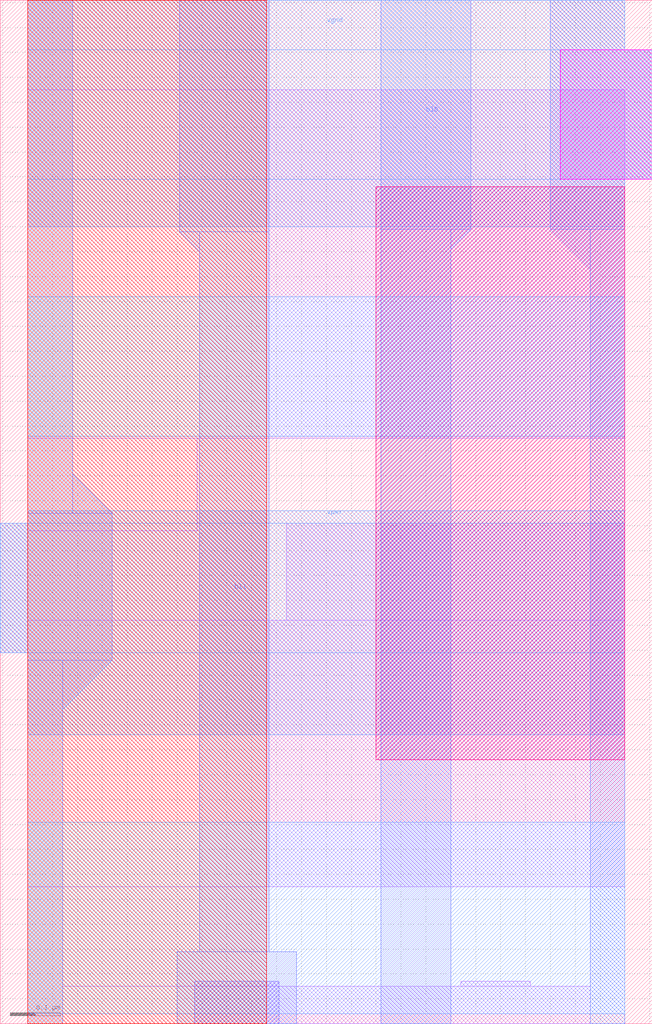
<source format=lef>
# Copyright 2020 The SkyWater PDK Authors
#
# Licensed under the Apache License, Version 2.0 (the "License");
# you may not use this file except in compliance with the License.
# You may obtain a copy of the License at
#
#     https://www.apache.org/licenses/LICENSE-2.0
#
# Unless required by applicable law or agreed to in writing, software
# distributed under the License is distributed on an "AS IS" BASIS,
# WITHOUT WARRANTIES OR CONDITIONS OF ANY KIND, either express or implied.
# See the License for the specific language governing permissions and
# limitations under the License.
#
# SPDX-License-Identifier: Apache-2.0

VERSION 5.7 ;
  NOWIREEXTENSIONATPIN ON ;
  DIVIDERCHAR "/" ;
  BUSBITCHARS "[]" ;
MACRO sky130_fd_bd_sram__sram_sp_colenda
  CLASS BLOCK ;
  FOREIGN sky130_fd_bd_sram__sram_sp_colenda ;
  ORIGIN  0.055000  0.000000 ;
  SIZE  1.310000 BY  2.055000 ;
  PIN bl0
    PORT
      LAYER met1 ;
        POLYGON 0.850000 1.595000 0.890000 1.595000 0.850000 1.555000 ;
        RECT 0.710000 0.000000 0.850000 1.595000 ;
        RECT 0.710000 1.595000 0.890000 2.055000 ;
    END
  END bl0
  PIN bl1
    ANTENNADIFFAREA  0.016800 ;
    PORT
      LAYER met1 ;
        POLYGON 0.305000 1.590000 0.345000 1.590000 0.345000 1.550000 ;
        RECT 0.300000 0.000000 0.540000 0.145000 ;
        RECT 0.305000 1.590000 0.485000 2.055000 ;
        RECT 0.345000 0.145000 0.485000 1.590000 ;
    END
  END bl1
  PIN vgnd
    PORT
      LAYER met2 ;
        RECT 0.000000 1.600000 1.200000 1.695000 ;
        RECT 0.000000 1.695000 1.255000 1.955000 ;
        RECT 0.000000 1.955000 1.200000 2.055000 ;
    END
  END vgnd
  PIN vpwr
    PORT
      LAYER met2 ;
        RECT -0.055000 0.745000 1.200000 1.005000 ;
        RECT  0.000000 0.580000 1.200000 0.745000 ;
        RECT  0.000000 1.005000 1.200000 1.030000 ;
    END
  END vpwr
  OBS
    LAYER li1 ;
      RECT 0.000000 0.275000 1.200000 0.810000 ;
      RECT 0.000000 0.990000 0.340000 1.175000 ;
      RECT 0.000000 1.175000 1.200000 1.875000 ;
      RECT 0.070000 0.000000 1.130000 0.075000 ;
      RECT 0.335000 0.075000 0.505000 0.085000 ;
      RECT 0.520000 0.810000 1.200000 1.005000 ;
      RECT 0.870000 0.075000 1.010000 0.085000 ;
    LAYER mcon ;
      RECT 0.335000 0.000000 0.505000 0.085000 ;
    LAYER met1 ;
      POLYGON  0.070000 0.730000 0.170000 0.730000 0.070000 0.630000 ;
      POLYGON  0.090000 1.105000 0.170000 1.025000 0.090000 1.025000 ;
      POLYGON  1.050000 1.595000 1.130000 1.595000 1.130000 1.515000 ;
      RECT -0.055000 0.745000 0.170000 1.005000 ;
      RECT  0.000000 0.000000 0.070000 0.730000 ;
      RECT  0.000000 0.730000 0.170000 0.745000 ;
      RECT  0.000000 1.005000 0.170000 1.025000 ;
      RECT  0.000000 1.025000 0.090000 2.055000 ;
      RECT  1.050000 1.595000 1.200000 1.695000 ;
      RECT  1.050000 1.695000 1.255000 1.955000 ;
      RECT  1.050000 1.955000 1.200000 2.055000 ;
      RECT  1.130000 0.000000 1.200000 1.595000 ;
    LAYER met2 ;
      RECT 0.000000 0.020000 1.200000 0.405000 ;
      RECT 0.000000 1.180000 1.200000 1.460000 ;
    LAYER nwell ;
      RECT 0.000000 0.000000 0.480000 2.055000 ;
    LAYER pwell ;
      RECT 0.700000 0.530000 1.200000 1.680000 ;
    LAYER via ;
      RECT 1.070000 1.695000 1.255000 1.955000 ;
  END
END sky130_fd_bd_sram__sram_sp_colenda
END LIBRARY

</source>
